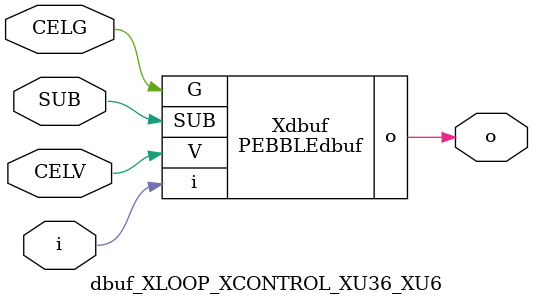
<source format=v>



module PEBBLEdbuf ( o, G, SUB, V, i );

  input V;
  input i;
  input G;
  output o;
  input SUB;
endmodule

//Celera Confidential Do Not Copy dbuf_XLOOP_XCONTROL_XU36_XU6
//Celera Confidential Symbol Generator
//Digital Buffer
module dbuf_XLOOP_XCONTROL_XU36_XU6 (CELV,CELG,i,o,SUB);
input CELV;
input CELG;
input i;
input SUB;
output o;

//Celera Confidential Do Not Copy dbuf
PEBBLEdbuf Xdbuf(
.V (CELV),
.i (i),
.o (o),
.SUB (SUB),
.G (CELG)
);
//,diesize,PEBBLEdbuf

//Celera Confidential Do Not Copy Module End
//Celera Schematic Generator
endmodule

</source>
